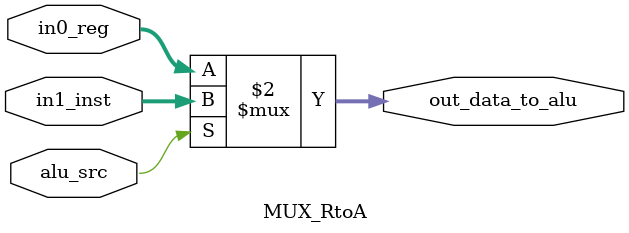
<source format=v>
`timescale 1ns / 1ps



module MUX_RtoA (
    input        [3:0]  in0_reg,       // 0번 입력: 레지스터로부터 온 데이터
    input        [3:0]  in1_inst,      // 1번 입력: 명령ㅇ어로부터 온 즉시값 데이터
    input               alu_src,                // ALUSrc
    output       [3:0]  out_data_to_alu     // 출력: 선택된 데이터
);

    // alu_src이 1이면 in1_from_inst를, 0이면 in0_reg를 선택하여 출력
    assign out_data_to_alu = (alu_src == 1'b1) ? in1_inst : in0_reg;

endmodule
</source>
